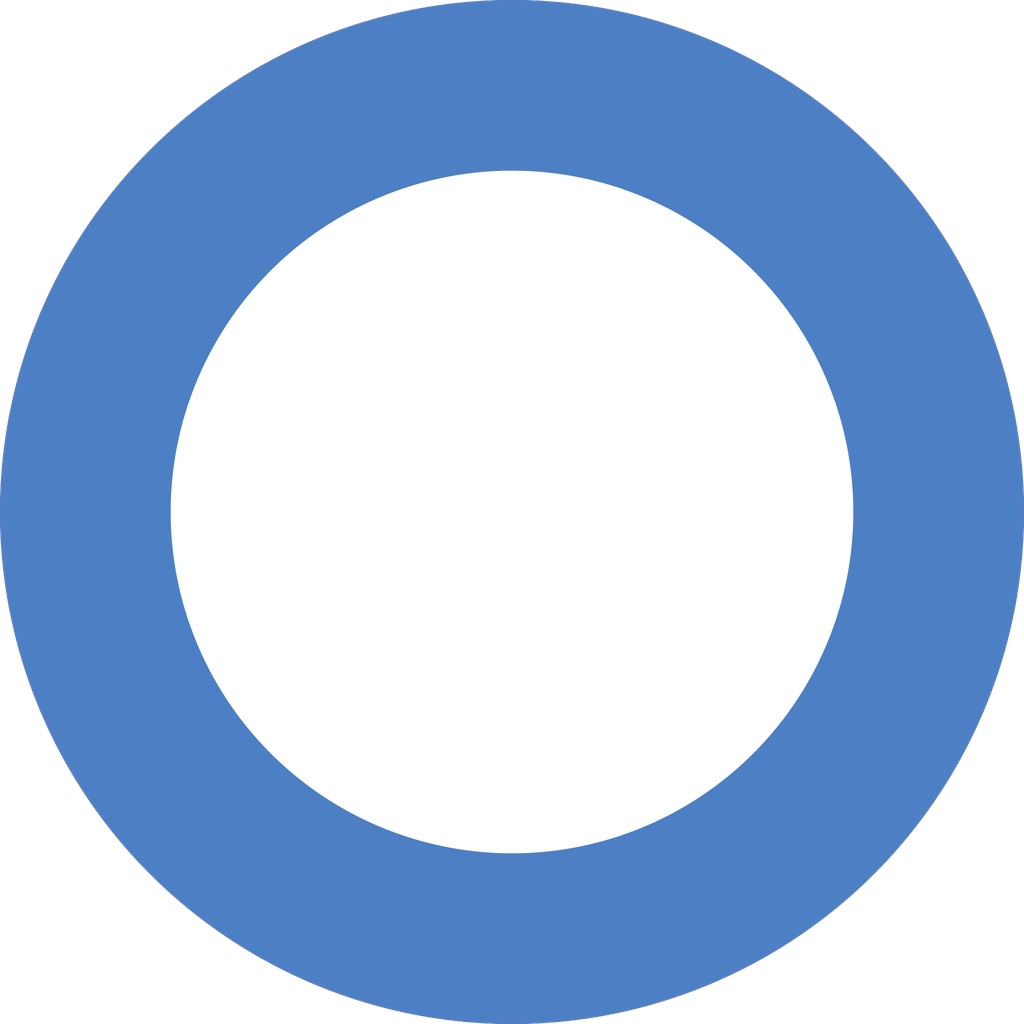
<source format=kicad_pcb>
(kicad_pcb (version 20171130) (host pcbnew "(5.0.0)")

  (general
    (thickness 1.6)
    (drawings 0)
    (tracks 1)
    (zones 0)
    (modules 0)
    (nets 1)
  )

  (page A4)
  (layers
    (0 F.Cu signal)
    (31 B.Cu signal)
    (32 B.Adhes user)
    (33 F.Adhes user)
    (34 B.Paste user)
    (35 F.Paste user)
    (36 B.SilkS user)
    (37 F.SilkS user)
    (38 B.Mask user)
    (39 F.Mask user)
    (40 Dwgs.User user)
    (41 Cmts.User user)
    (42 Eco1.User user)
    (43 Eco2.User user)
    (44 Edge.Cuts user)
    (45 Margin user)
    (46 B.CrtYd user)
    (47 F.CrtYd user)
    (48 B.Fab user)
    (49 F.Fab user)
  )

  (setup
    (last_trace_width 0.25)
    (trace_clearance 0.2)
    (zone_clearance 0.508)
    (zone_45_only no)
    (trace_min 0.2)
    (segment_width 0.2)
    (edge_width 0.15)
    (via_size 0.8)
    (via_drill 0.4)
    (via_min_size 0.4)
    (via_min_drill 0.3)
    (uvia_size 0.3)
    (uvia_drill 0.1)
    (uvias_allowed no)
    (uvia_min_size 0.2)
    (uvia_min_drill 0.1)
    (pcb_text_width 0.3)
    (pcb_text_size 1.5 1.5)
    (mod_edge_width 0.15)
    (mod_text_size 1 1)
    (mod_text_width 0.15)
    (pad_size 1.524 1.524)
    (pad_drill 0.762)
    (pad_to_mask_clearance 0.2)
    (aux_axis_origin 0 0)
    (visible_elements FFFFFF7F)
    (pcbplotparams
      (layerselection 0x010fc_ffffffff)
      (usegerberextensions false)
      (usegerberattributes false)
      (usegerberadvancedattributes false)
      (creategerberjobfile false)
      (excludeedgelayer true)
      (linewidth 0.100000)
      (plotframeref false)
      (viasonmask false)
      (mode 1)
      (useauxorigin false)
      (hpglpennumber 1)
      (hpglpenspeed 20)
      (hpglpendiameter 15.000000)
      (psnegative false)
      (psa4output false)
      (plotreference true)
      (plotvalue true)
      (plotinvisibletext false)
      (padsonsilk false)
      (subtractmaskfromsilk false)
      (outputformat 1)
      (mirror false)
      (drillshape 0)
      (scaleselection 1)
      (outputdirectory ""))
  )

  (net 0 "")

  (net_class Default "This is the default net class."
    (clearance 0.2)
    (trace_width 0.25)
    (via_dia 0.8)
    (via_drill 0.4)
    (uvia_dia 0.3)
    (uvia_drill 0.1)
  )

  (via (at 2.54 2.54) (size 3.81) (drill 2.54) (layers F.Cu B.Cu) (net 0))

)

</source>
